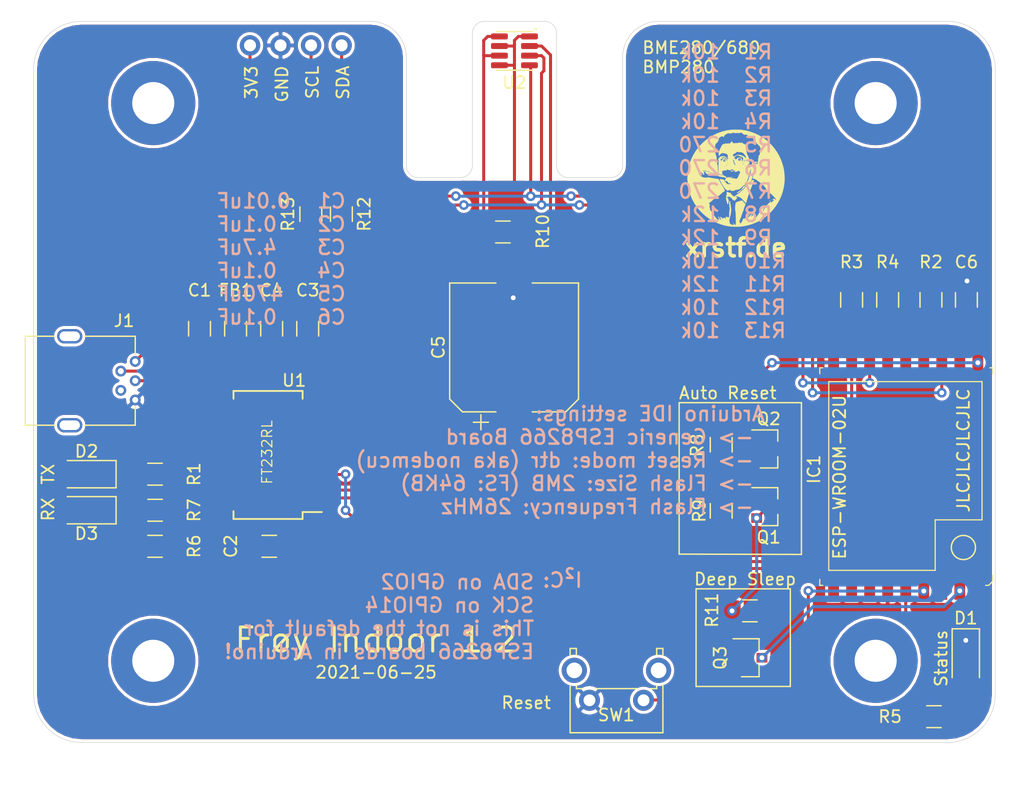
<source format=kicad_pcb>
(kicad_pcb (version 20171130) (host pcbnew "(5.1.10)-1")
  (layers (0 F.Cu signal) (31 B.Cu signal) (34 B.Paste user hide) (35 F.Paste user) (36 B.SilkS user) (37 F.SilkS user) (38 B.Mask user hide) (39 F.Mask user) (44 Edge.Cuts user))
  (net 0 "")
  (net 1 "Net-(C1-Pad1)")
  (net 2 GNDREF)
  (net 3 +3V3)
  (net 4 +5V)
  (net 5 /DTR)
  (net 6 /RST)
  (net 7 "Net-(D2-Pad1)")
  (net 8 "Net-(D3-Pad1)")
  (net 9 /RXD)
  (net 10 /TXD)
  (net 11 /IO0)
  (net 12 /IO15)
  (net 13 /EN)
  (net 14 /FTRESET)
  (net 15 /CBUS0)
  (net 16 /CBUS1)
  (net 17 /USBD-)
  (net 18 /USBD+)
  (net 19 /I2C_SDA)
  (net 20 /I2C_CLK)
  (net 21 /RTS)
  (net 22 /IO5)
  (net 23 "Net-(D1-Pad2)")
  (net 24 /CSB)
  (net 25 "Net-(Q1-Pad1)")
  (net 26 "Net-(Q2-Pad1)")
  (net 27 /WAKE_UP)
  (net 28 "Net-(Q3-Pad1)")
  (module xrstf:groucho (layer F.Cu) (at 166.43 77.64)
    (fp_text reference G*** hide)
    (fp_text value LOGO hide)
  )
  (module xrstf:BME280_680_BMP280 (layer F.Cu) (at 148 67.055)
    (fp_text reference U2 (at 0 2.645) (layer F.SilkS))
    (fp_text value BME280)
    (pad 1 smd roundrect (at 1.25 -1.2 270) (size 0.5 1.4) (layers F.Cu F.Paste F.Mask) (net 2 GNDREF))
    (pad 2 smd roundrect (at 1.25 -0.4 270) (size 0.5 1.4) (layers F.Cu F.Paste F.Mask) (net 24 /CSB))
    (pad 3 smd roundrect (at 1.25 0.4 270) (size 0.5 1.4) (layers F.Cu F.Paste F.Mask) (net 19 /I2C_SDA))
    (pad 4 smd roundrect (at 1.25 1.2 270) (size 0.5 1.4) (layers F.Cu F.Paste F.Mask) (net 20 /I2C_CLK))
    (pad 5 smd roundrect (at -1.25 1.2 270) (size 0.5 1.4) (layers F.Cu F.Paste F.Mask) (net 2 GNDREF))
    (pad 6 smd roundrect (at -1.25 0.4 270) (size 0.5 1.4) (layers F.Cu F.Paste F.Mask) (net 3 +3V3))
    (pad 7 smd roundrect (at -1.25 -0.4 270) (size 0.5 1.4) (layers F.Cu F.Paste F.Mask) (net 2 GNDREF))
    (pad 8 smd roundrect (at -1.25 -1.2 270) (size 0.5 1.4) (layers F.Cu F.Paste F.Mask) (net 3 +3V3))
  )
  (module xrstf:PinHeader_1x04_P2.54mm_Vertical (layer F.Cu) (at 126 66.6 90)
    (fp_text reference J2 hide)
    (fp_text value BME260_Breakout)
    (pad 1 thru_hole oval (at 0 0 90) (size 1.7 1.7) (drill 1) (layers *.Cu *.Mask) (net 3 +3V3))
    (pad 4 thru_hole oval (at 0 7.62 90) (size 1.7 1.7) (drill 1) (layers *.Cu *.Mask) (net 20 /I2C_CLK))
    (pad 3 thru_hole oval (at 0 5.08 90) (size 1.7 1.7) (drill 1) (layers *.Cu *.Mask) (net 19 /I2C_SDA))
    (pad 2 thru_hole oval (at 0 2.54 90) (size 1.7 1.7) (drill 1) (layers *.Cu *.Mask) (net 2 GNDREF))
  )
  (module xrstf:USB_BWM_MIniUSB_THT_reichelt (layer F.Cu) (at 107.3 90.8)
    (fp_text reference J1 (at 8.22 -1.29) (layer F.SilkS))
    (fp_text value USB_B_Mini)
    (pad SH1 thru_hole oval (at 3.7 7.4) (size 2.1 1.2) (drill oval 1.7 0.8) (layers *.Cu *.Mask))
    (pad 2 thru_hole circle (at 7.95 2.9) (size 0.9 0.9) (drill 0.5) (layers *.Cu *.Mask) (net 17 /USBD-))
    (pad 4 thru_hole circle (at 7.95 4.5) (size 0.9 0.9) (drill 0.5) (layers *.Cu *.Mask))
    (pad 5 thru_hole circle (at 9.15 5.3) (size 0.9 0.9) (drill 0.5) (layers *.Cu *.Mask) (net 2 GNDREF))
    (pad 3 thru_hole circle (at 9.15 3.7) (size 0.9 0.9) (drill 0.5) (layers *.Cu *.Mask) (net 18 /USBD+))
    (pad 1 thru_hole circle (at 9.15 2.094) (size 0.9 0.9) (drill 0.5) (layers *.Cu *.Mask) (net 1 "Net-(C1-Pad1)"))
    (pad SH1 thru_hole oval (at 3.7 0) (size 2.1 1.2) (drill oval 1.7 0.8) (layers *.Cu *.Mask))
  )
  (module xrstf:ESP-WROOM-02U (layer F.Cu) (at 180.55 101.875 270)
    (fp_text reference IC1 (at -0.005 7.63 90) (layer F.SilkS))
    (fp_text value ESP-WROOM-02U__4MB_)
    (fp_text user ESP-WROOM-02U (at 0.65 5.5 90) (layer F.SilkS))
    (pad 19 smd rect (at 0.95 1.8 270) (size 4 4) (layers F.Cu F.Paste F.Mask) (net 2 GNDREF))
    (pad 1 smd rect (at -8.9 -6 270) (size 1.5 0.9) (layers F.Cu F.Paste F.Mask) (net 3 +3V3))
    (pad 2 smd rect (at -8.9 -4.5 270) (size 1.5 0.9) (layers F.Cu F.Paste F.Mask) (net 13 /EN))
    (pad 3 smd rect (at -8.9 -3 270) (size 1.5 0.9) (layers F.Cu F.Paste F.Mask) (net 20 /I2C_CLK))
    (pad 4 smd rect (at -8.9 -1.5 270) (size 1.5 0.9) (layers F.Cu F.Paste F.Mask))
    (pad 5 smd rect (at -8.9 0 270) (size 1.5 0.9) (layers F.Cu F.Paste F.Mask))
    (pad 6 smd rect (at -8.9 1.5 270) (size 1.5 0.9) (layers F.Cu F.Paste F.Mask) (net 12 /IO15))
    (pad 7 smd rect (at -8.9 3 270) (size 1.5 0.9) (layers F.Cu F.Paste F.Mask) (net 19 /I2C_SDA))
    (pad 8 smd rect (at -8.9 4.5 270) (size 1.5 0.9) (layers F.Cu F.Paste F.Mask) (net 11 /IO0))
    (pad 9 smd rect (at -8.9 6 270) (size 1.5 0.9) (layers F.Cu F.Paste F.Mask) (net 2 GNDREF))
    (pad 18 smd rect (at 10.1 -6 270) (size 1.5 0.9) (layers F.Cu F.Paste F.Mask) (net 2 GNDREF))
    (pad 17 smd rect (at 10.1 -4.5 270) (size 1.5 0.9) (layers F.Cu F.Paste F.Mask) (net 27 /WAKE_UP))
    (pad 16 smd rect (at 10.1 -3 270) (size 1.5 0.9) (layers F.Cu F.Paste F.Mask))
    (pad 15 smd rect (at 10.1 -1.5 270) (size 1.5 0.9) (layers F.Cu F.Paste F.Mask) (net 6 /RST))
    (pad 10 smd rect (at 10.1 6 270) (size 1.5 0.9) (layers F.Cu F.Paste F.Mask))
    (pad 13 smd rect (at 10.1 1.5 270) (size 1.5 0.9) (layers F.Cu F.Paste F.Mask) (net 2 GNDREF))
    (pad 14 smd rect (at 10.1 0 270) (size 1.5 0.9) (layers F.Cu F.Paste F.Mask) (net 22 /IO5))
    (pad 12 smd rect (at 10.1 3 270) (size 1.5 0.9) (layers F.Cu F.Paste F.Mask) (net 10 /TXD))
    (pad 11 smd rect (at 10.1 4.5 270) (size 1.5 0.9) (layers F.Cu F.Paste F.Mask) (net 9 /RXD))
  )
  (module Resistor_SMD:R_1206_3216Metric_Pad1.42x1.75mm_HandSolder (layer F.Cu) (at 133.6 80.64 270)
    (fp_text reference R13 (at 0 4.445 270) (layer F.SilkS))
    (fp_text value 10k)
    (pad 2 smd roundrect (at 1.4875 0 270) (size 1.425 1.75) (layers F.Cu F.Paste F.Mask) (roundrect_rratio 0.175439) (net 3 +3V3))
    (pad 1 smd roundrect (at -1.4875 0 270) (size 1.425 1.75) (layers F.Cu F.Paste F.Mask) (roundrect_rratio 0.175439) (net 20 /I2C_CLK))
  )
  (module Resistor_SMD:R_1206_3216Metric_Pad1.42x1.75mm_HandSolder (layer F.Cu) (at 131.06 80.64 270)
    (fp_text reference R12 (at 0 -4.445 270) (layer F.SilkS))
    (fp_text value 10k)
    (pad 2 smd roundrect (at 1.4875 0 270) (size 1.425 1.75) (layers F.Cu F.Paste F.Mask) (roundrect_rratio 0.175439) (net 3 +3V3))
    (pad 1 smd roundrect (at -1.4875 0 270) (size 1.425 1.75) (layers F.Cu F.Paste F.Mask) (roundrect_rratio 0.175439) (net 19 /I2C_SDA))
  )
  (module Resistor_SMD:R_1206_3216Metric_Pad1.42x1.75mm_HandSolder (layer F.Cu) (at 167.59 113.645 180)
    (fp_text reference R11 (at 3.16 0.05 90) (layer F.SilkS))
    (fp_text value 12k)
    (pad 2 smd roundrect (at 1.4875 0 180) (size 1.425 1.75) (layers F.Cu F.Paste F.Mask) (roundrect_rratio 0.175439) (net 21 /RTS))
    (pad 1 smd roundrect (at -1.4875 0 180) (size 1.425 1.75) (layers F.Cu F.Paste F.Mask) (roundrect_rratio 0.175439) (net 28 "Net-(Q3-Pad1)"))
  )
  (module Package_TO_SOT_SMD:SOT-23 (layer F.Cu) (at 167.59 117.545)
    (fp_text reference Q3 (at -2.47 0.01 90) (layer F.SilkS))
    (fp_text value Q_NPN_BEC)
    (pad 3 smd rect (at 1 0) (size 0.9 0.8) (layers F.Cu F.Paste F.Mask) (net 27 /WAKE_UP))
    (pad 2 smd rect (at -1 0.95) (size 0.9 0.8) (layers F.Cu F.Paste F.Mask) (net 6 /RST))
    (pad 1 smd rect (at -1 -0.95) (size 0.9 0.8) (layers F.Cu F.Paste F.Mask) (net 28 "Net-(Q3-Pad1)"))
  )
  (module MountingHole:MountingHole_3.5mm_Pad (layer F.Cu) (at 178.05 71.4)
    (fp_text reference REF** hide)
    (fp_text value MountingHole_3.5mm_Pad hide)
    (pad 1 thru_hole circle (at 0 0) (size 7 7) (drill 3.5) (layers *.Cu *.Mask))
  )
  (module MountingHole:MountingHole_3.5mm_Pad (layer F.Cu) (at 178.05 117.8)
    (fp_text reference REF** hide)
    (fp_text value MountingHole_3.5mm_Pad hide)
    (pad 1 thru_hole circle (at 0 0) (size 7 7) (drill 3.5) (layers *.Cu *.Mask))
  )
  (module MountingHole:MountingHole_3.5mm_Pad (layer F.Cu) (at 117.95 117.8)
    (fp_text reference REF** hide)
    (fp_text value MountingHole_3.5mm_Pad hide)
    (pad 1 thru_hole circle (at 0 0) (size 7 7) (drill 3.5) (layers *.Cu *.Mask))
  )
  (module MountingHole:MountingHole_3.5mm_Pad (layer F.Cu) (at 117.95 71.4)
    (fp_text reference REF** hide)
    (fp_text value MountingHole_3.5mm_Pad hide)
    (pad 1 thru_hole circle (at 0 0) (size 7 7) (drill 3.5) (layers *.Cu *.Mask))
  )
  (module Package_SO:SSOP-28_5.3x10.2mm_P0.65mm (layer F.Cu) (at 127.5 100.675 180)
    (fp_text reference U1 (at -2.175 6.2) (layer F.SilkS))
    (fp_text value FT232RL)
    (pad 1 smd rect (at -3.6 -4.225 180) (size 1.75 0.45) (layers F.Cu F.Paste F.Mask) (net 9 /RXD))
    (pad 2 smd rect (at -3.6 -3.575 180) (size 1.75 0.45) (layers F.Cu F.Paste F.Mask) (net 5 /DTR))
    (pad 3 smd rect (at -3.6 -2.925 180) (size 1.75 0.45) (layers F.Cu F.Paste F.Mask) (net 21 /RTS))
    (pad 4 smd rect (at -3.6 -2.275 180) (size 1.75 0.45) (layers F.Cu F.Paste F.Mask) (net 3 +3V3))
    (pad 5 smd rect (at -3.6 -1.625 180) (size 1.75 0.45) (layers F.Cu F.Paste F.Mask) (net 10 /TXD))
    (pad 6 smd rect (at -3.6 -0.975 180) (size 1.75 0.45) (layers F.Cu F.Paste F.Mask))
    (pad 7 smd rect (at -3.6 -0.325 180) (size 1.75 0.45) (layers F.Cu F.Paste F.Mask) (net 2 GNDREF))
    (pad 8 smd rect (at -3.6 0.325 180) (size 1.75 0.45) (layers F.Cu F.Paste F.Mask))
    (pad 9 smd rect (at -3.6 0.975 180) (size 1.75 0.45) (layers F.Cu F.Paste F.Mask))
    (pad 10 smd rect (at -3.6 1.625 180) (size 1.75 0.45) (layers F.Cu F.Paste F.Mask))
    (pad 11 smd rect (at -3.6 2.275 180) (size 1.75 0.45) (layers F.Cu F.Paste F.Mask))
    (pad 12 smd rect (at -3.6 2.925 180) (size 1.75 0.45) (layers F.Cu F.Paste F.Mask))
    (pad 13 smd rect (at -3.6 3.575 180) (size 1.75 0.45) (layers F.Cu F.Paste F.Mask))
    (pad 14 smd rect (at -3.6 4.225 180) (size 1.75 0.45) (layers F.Cu F.Paste F.Mask))
    (pad 15 smd rect (at 3.6 4.225 180) (size 1.75 0.45) (layers F.Cu F.Paste F.Mask) (net 18 /USBD+))
    (pad 16 smd rect (at 3.6 3.575 180) (size 1.75 0.45) (layers F.Cu F.Paste F.Mask) (net 17 /USBD-))
    (pad 17 smd rect (at 3.6 2.925 180) (size 1.75 0.45) (layers F.Cu F.Paste F.Mask) (net 3 +3V3))
    (pad 18 smd rect (at 3.6 2.275 180) (size 1.75 0.45) (layers F.Cu F.Paste F.Mask) (net 2 GNDREF))
    (pad 19 smd rect (at 3.6 1.625 180) (size 1.75 0.45) (layers F.Cu F.Paste F.Mask) (net 14 /FTRESET))
    (pad 20 smd rect (at 3.6 0.975 180) (size 1.75 0.45) (layers F.Cu F.Paste F.Mask) (net 4 +5V))
    (pad 21 smd rect (at 3.6 0.325 180) (size 1.75 0.45) (layers F.Cu F.Paste F.Mask) (net 2 GNDREF))
    (pad 22 smd rect (at 3.6 -0.325 180) (size 1.75 0.45) (layers F.Cu F.Paste F.Mask) (net 16 /CBUS1))
    (pad 23 smd rect (at 3.6 -0.975 180) (size 1.75 0.45) (layers F.Cu F.Paste F.Mask) (net 15 /CBUS0))
    (pad 24 smd rect (at 3.6 -1.625 180) (size 1.75 0.45) (layers F.Cu F.Paste F.Mask))
    (pad 25 smd rect (at 3.6 -2.275 180) (size 1.75 0.45) (layers F.Cu F.Paste F.Mask) (net 2 GNDREF))
    (pad 26 smd rect (at 3.6 -2.925 180) (size 1.75 0.45) (layers F.Cu F.Paste F.Mask) (net 2 GNDREF))
    (pad 27 smd rect (at 3.6 -3.575 180) (size 1.75 0.45) (layers F.Cu F.Paste F.Mask))
    (pad 28 smd rect (at 3.6 -4.225 180) (size 1.75 0.45) (layers F.Cu F.Paste F.Mask))
  )
  (module Button_Switch_THT:SW_Tactile_SPST_Angled_PTS645Vx83-2LFS (layer F.Cu) (at 158.74 121.085 180)
    (fp_text reference SW1 (at 2.275 -1.23) (layer F.SilkS))
    (fp_text value SW_SPST)
    (pad "" thru_hole circle (at 5.76 2.49 180) (size 2.1 2.1) (drill 1.3) (layers *.Cu *.Mask))
    (pad 2 thru_hole circle (at 4.5 0 180) (size 1.75 1.75) (drill 0.99) (layers *.Cu *.Mask) (net 2 GNDREF))
    (pad 1 thru_hole circle (at 0 0 180) (size 1.75 1.75) (drill 0.99) (layers *.Cu *.Mask) (net 6 /RST))
    (pad "" thru_hole circle (at -1.25 2.49 180) (size 2.1 2.1) (drill 1.3) (layers *.Cu *.Mask))
  )
  (module Capacitor_SMD:C_1206_3216Metric_Pad1.42x1.75mm_HandSolder (layer F.Cu) (at 121.8 90.175 270)
    (fp_text reference C1 (at -3.2 0 180) (layer F.SilkS))
    (fp_text value 10nF)
    (pad 2 smd roundrect (at 1.4875 0 270) (size 1.425 1.75) (layers F.Cu F.Paste F.Mask) (roundrect_rratio 0.175439) (net 2 GNDREF))
    (pad 1 smd roundrect (at -1.4875 0 270) (size 1.425 1.75) (layers F.Cu F.Paste F.Mask) (roundrect_rratio 0.175439) (net 1 "Net-(C1-Pad1)"))
  )
  (module Capacitor_SMD:C_1206_3216Metric_Pad1.42x1.75mm_HandSolder (layer F.Cu) (at 127.6 108.275 180)
    (fp_text reference C2 (at 3.2 0 270) (layer F.SilkS))
    (fp_text value 100nF)
    (pad 2 smd roundrect (at 1.4875 0 180) (size 1.425 1.75) (layers F.Cu F.Paste F.Mask) (roundrect_rratio 0.175439) (net 2 GNDREF))
    (pad 1 smd roundrect (at -1.4875 0 180) (size 1.425 1.75) (layers F.Cu F.Paste F.Mask) (roundrect_rratio 0.175439) (net 3 +3V3))
  )
  (module Capacitor_SMD:C_1206_3216Metric_Pad1.42x1.75mm_HandSolder (layer F.Cu) (at 130.8 90.175 90)
    (fp_text reference C3 (at 3.2 0 180) (layer F.SilkS))
    (fp_text value 4.7uF)
    (pad 2 smd roundrect (at 1.4875 0 90) (size 1.425 1.75) (layers F.Cu F.Paste F.Mask) (roundrect_rratio 0.175439) (net 2 GNDREF))
    (pad 1 smd roundrect (at -1.4875 0 90) (size 1.425 1.75) (layers F.Cu F.Paste F.Mask) (roundrect_rratio 0.175439) (net 4 +5V))
  )
  (module Capacitor_SMD:C_1206_3216Metric_Pad1.42x1.75mm_HandSolder (layer F.Cu) (at 127.8 90.175 90)
    (fp_text reference C4 (at 3.2 0 180) (layer F.SilkS))
    (fp_text value 100nF)
    (pad 2 smd roundrect (at 1.4875 0 90) (size 1.425 1.75) (layers F.Cu F.Paste F.Mask) (roundrect_rratio 0.175439) (net 2 GNDREF))
    (pad 1 smd roundrect (at -1.4875 0 90) (size 1.425 1.75) (layers F.Cu F.Paste F.Mask) (roundrect_rratio 0.175439) (net 4 +5V))
  )
  (module Capacitor_SMD:CP_Elec_10x12.5 (layer F.Cu) (at 147.97 91.73 90)
    (fp_text reference C5 (at 0 -6.3 90) (layer F.SilkS))
    (fp_text value 470uF)
    (pad 2 smd roundrect (at 4.2 0 90) (size 4.4 2.5) (layers F.Cu F.Paste F.Mask) (roundrect_rratio 0.1) (net 2 GNDREF))
    (pad 1 smd roundrect (at -4.2 0 90) (size 4.4 2.5) (layers F.Cu F.Paste F.Mask) (roundrect_rratio 0.1) (net 3 +3V3))
  )
  (module Capacitor_SMD:C_1206_3216Metric_Pad1.42x1.75mm_HandSolder (layer F.Cu) (at 185.6 87.775 90)
    (fp_text reference C6 (at 3.15 0 180) (layer F.SilkS))
    (fp_text value 100nF)
    (pad 2 smd roundrect (at 1.4875 0 90) (size 1.425 1.75) (layers F.Cu F.Paste F.Mask) (roundrect_rratio 0.175439) (net 2 GNDREF))
    (pad 1 smd roundrect (at -1.4875 0 90) (size 1.425 1.75) (layers F.Cu F.Paste F.Mask) (roundrect_rratio 0.175439) (net 3 +3V3))
  )
  (module Inductor_SMD:L_1206_3216Metric_Pad1.42x1.75mm_HandSolder (layer F.Cu) (at 124.8 90.175 270)
    (fp_text reference FB1 (at -3.2 0 180) (layer F.SilkS))
    (fp_text value Ferrite_Bead)
    (pad 2 smd roundrect (at 1.4875 0 270) (size 1.425 1.75) (layers F.Cu F.Paste F.Mask) (roundrect_rratio 0.175439) (net 4 +5V))
    (pad 1 smd roundrect (at -1.4875 0 270) (size 1.425 1.75) (layers F.Cu F.Paste F.Mask) (roundrect_rratio 0.175439) (net 1 "Net-(C1-Pad1)"))
  )
  (module Resistor_SMD:R_1206_3216Metric_Pad1.42x1.75mm_HandSolder (layer F.Cu) (at 118.1 102.275)
    (fp_text reference R1 (at 3.25 0.000001 90) (layer F.SilkS))
    (fp_text value 10k)
    (pad 2 smd roundrect (at 1.4875 0) (size 1.425 1.75) (layers F.Cu F.Paste F.Mask) (roundrect_rratio 0.175439) (net 4 +5V))
    (pad 1 smd roundrect (at -1.4875 0) (size 1.425 1.75) (layers F.Cu F.Paste F.Mask) (roundrect_rratio 0.175439) (net 14 /FTRESET))
  )
  (module Resistor_SMD:R_1206_3216Metric_Pad1.42x1.75mm_HandSolder (layer F.Cu) (at 182.65 87.775 90)
    (fp_text reference R2 (at 3.15 0 180) (layer F.SilkS))
    (fp_text value 10k)
    (pad 2 smd roundrect (at 1.4875 0 90) (size 1.425 1.75) (layers F.Cu F.Paste F.Mask) (roundrect_rratio 0.175439) (net 3 +3V3))
    (pad 1 smd roundrect (at -1.4875 0 90) (size 1.425 1.75) (layers F.Cu F.Paste F.Mask) (roundrect_rratio 0.175439) (net 13 /EN))
  )
  (module Resistor_SMD:R_1206_3216Metric_Pad1.42x1.75mm_HandSolder (layer F.Cu) (at 176.05 87.775 90)
    (fp_text reference R3 (at 3.15 0 180) (layer F.SilkS))
    (fp_text value 10k)
    (pad 2 smd roundrect (at 1.4875 0 90) (size 1.425 1.75) (layers F.Cu F.Paste F.Mask) (roundrect_rratio 0.175439) (net 3 +3V3))
    (pad 1 smd roundrect (at -1.4875 0 90) (size 1.425 1.75) (layers F.Cu F.Paste F.Mask) (roundrect_rratio 0.175439) (net 11 /IO0))
  )
  (module Resistor_SMD:R_1206_3216Metric_Pad1.42x1.75mm_HandSolder (layer F.Cu) (at 179.05 87.775 270)
    (fp_text reference R4 (at -3.15 0 180) (layer F.SilkS))
    (fp_text value 10k)
    (pad 2 smd roundrect (at 1.4875 0 270) (size 1.425 1.75) (layers F.Cu F.Paste F.Mask) (roundrect_rratio 0.175439) (net 12 /IO15))
    (pad 1 smd roundrect (at -1.4875 0 270) (size 1.425 1.75) (layers F.Cu F.Paste F.Mask) (roundrect_rratio 0.175439) (net 2 GNDREF))
  )
  (module Resistor_SMD:R_1206_3216Metric_Pad1.42x1.75mm_HandSolder (layer F.Cu) (at 182.9 122.45)
    (fp_text reference R5 (at -3.65 0) (layer F.SilkS))
    (fp_text value 270)
    (pad 2 smd roundrect (at 1.4875 0) (size 1.425 1.75) (layers F.Cu F.Paste F.Mask) (roundrect_rratio 0.175439) (net 23 "Net-(D1-Pad2)"))
    (pad 1 smd roundrect (at -1.4875 0) (size 1.425 1.75) (layers F.Cu F.Paste F.Mask) (roundrect_rratio 0.175439) (net 22 /IO5))
  )
  (module Resistor_SMD:R_1206_3216Metric_Pad1.42x1.75mm_HandSolder (layer F.Cu) (at 118.1 108.275 180)
    (fp_text reference R6 (at -3.25 -0.000001 90) (layer F.SilkS))
    (fp_text value 270)
    (pad 2 smd roundrect (at 1.4875 0 180) (size 1.425 1.75) (layers F.Cu F.Paste F.Mask) (roundrect_rratio 0.175439) (net 7 "Net-(D2-Pad1)"))
    (pad 1 smd roundrect (at -1.4875 0 180) (size 1.425 1.75) (layers F.Cu F.Paste F.Mask) (roundrect_rratio 0.175439) (net 15 /CBUS0))
  )
  (module Resistor_SMD:R_1206_3216Metric_Pad1.42x1.75mm_HandSolder (layer F.Cu) (at 118.1 105.275 180)
    (fp_text reference R7 (at -3.25 -0.000001 90) (layer F.SilkS))
    (fp_text value 270)
    (pad 2 smd roundrect (at 1.4875 0 180) (size 1.425 1.75) (layers F.Cu F.Paste F.Mask) (roundrect_rratio 0.175439) (net 8 "Net-(D3-Pad1)"))
    (pad 1 smd roundrect (at -1.4875 0 180) (size 1.425 1.75) (layers F.Cu F.Paste F.Mask) (roundrect_rratio 0.175439) (net 16 /CBUS1))
  )
  (module Resistor_SMD:R_1206_3216Metric_Pad1.42x1.75mm_HandSolder (layer F.Cu) (at 165.2 99.825 270)
    (fp_text reference R8 (at 0.05 2 90) (layer F.SilkS))
    (fp_text value 12k)
    (pad 2 smd roundrect (at 1.4875 0 270) (size 1.425 1.75) (layers F.Cu F.Paste F.Mask) (roundrect_rratio 0.175439) (net 21 /RTS))
    (pad 1 smd roundrect (at -1.4875 0 270) (size 1.425 1.75) (layers F.Cu F.Paste F.Mask) (roundrect_rratio 0.175439) (net 26 "Net-(Q2-Pad1)"))
  )
  (module Resistor_SMD:R_1206_3216Metric_Pad1.42x1.75mm_HandSolder (layer F.Cu) (at 165.2 105.325 90)
    (fp_text reference R9 (at 0 -1.82 90) (layer F.SilkS))
    (fp_text value 12k)
    (pad 2 smd roundrect (at 1.4875 0 90) (size 1.425 1.75) (layers F.Cu F.Paste F.Mask) (roundrect_rratio 0.175439) (net 5 /DTR))
    (pad 1 smd roundrect (at -1.4875 0 90) (size 1.425 1.75) (layers F.Cu F.Paste F.Mask) (roundrect_rratio 0.175439) (net 25 "Net-(Q1-Pad1)"))
  )
  (module Resistor_SMD:R_1206_3216Metric_Pad1.42x1.75mm_HandSolder (layer F.Cu) (at 147.04 82.125 180)
    (fp_text reference R10 (at -3.32 0.045 90) (layer F.SilkS))
    (fp_text value 10k)
    (pad 2 smd roundrect (at 1.4875 0 180) (size 1.425 1.75) (layers F.Cu F.Paste F.Mask) (roundrect_rratio 0.175439) (net 3 +3V3))
    (pad 1 smd roundrect (at -1.4875 0 180) (size 1.425 1.75) (layers F.Cu F.Paste F.Mask) (roundrect_rratio 0.175439) (net 24 /CSB))
  )
  (module LED_SMD:LED_1206_3216Metric_Pad1.42x1.75mm_HandSolder (layer F.Cu) (at 185.55 117.6 270)
    (fp_text reference D1 (at -3.35 0 180) (layer F.SilkS))
    (fp_text value STATUS)
    (pad 2 smd roundrect (at 1.4875 0 270) (size 1.425 1.75) (layers F.Cu F.Paste F.Mask) (roundrect_rratio 0.175439) (net 23 "Net-(D1-Pad2)"))
    (pad 1 smd roundrect (at -1.4875 0 270) (size 1.425 1.75) (layers F.Cu F.Paste F.Mask) (roundrect_rratio 0.175439) (net 2 GNDREF))
  )
  (module LED_SMD:LED_1206_3216Metric_Pad1.42x1.75mm_HandSolder (layer F.Cu) (at 112.3975 105.275 180)
    (fp_text reference D2 (at -0.0025 4.9) (layer F.SilkS))
    (fp_text value TX)
    (pad 2 smd roundrect (at 1.4875 0 180) (size 1.425 1.75) (layers F.Cu F.Paste F.Mask) (roundrect_rratio 0.175439) (net 3 +3V3))
    (pad 1 smd roundrect (at -1.4875 0 180) (size 1.425 1.75) (layers F.Cu F.Paste F.Mask) (roundrect_rratio 0.175439) (net 7 "Net-(D2-Pad1)"))
  )
  (module LED_SMD:LED_1206_3216Metric_Pad1.42x1.75mm_HandSolder (layer F.Cu) (at 112.3975 102.275 180)
    (fp_text reference D3 (at 0 -4.95) (layer F.SilkS))
    (fp_text value RX)
    (pad 2 smd roundrect (at 1.4875 0 180) (size 1.425 1.75) (layers F.Cu F.Paste F.Mask) (roundrect_rratio 0.175439) (net 3 +3V3))
    (pad 1 smd roundrect (at -1.4875 0 180) (size 1.425 1.75) (layers F.Cu F.Paste F.Mask) (roundrect_rratio 0.175439) (net 8 "Net-(D3-Pad1)"))
  )
  (module Package_TO_SOT_SMD:SOT-23 (layer F.Cu) (at 169.15 104.975)
    (fp_text reference Q1 (at 0 2.55 180) (layer F.SilkS))
    (fp_text value Q_NPN_BEC)
    (pad 3 smd rect (at 1 0) (size 0.9 0.8) (layers F.Cu F.Paste F.Mask) (net 6 /RST))
    (pad 2 smd rect (at -1 0.95) (size 0.9 0.8) (layers F.Cu F.Paste F.Mask) (net 21 /RTS))
    (pad 1 smd rect (at -1 -0.95) (size 0.9 0.8) (layers F.Cu F.Paste F.Mask) (net 25 "Net-(Q1-Pad1)"))
  )
  (module Package_TO_SOT_SMD:SOT-23 (layer F.Cu) (at 169.15 100.175)
    (fp_text reference Q2 (at 0 -2.5) (layer F.SilkS))
    (fp_text value Q_NPN_BEC)
    (pad 3 smd rect (at 1 0) (size 0.9 0.8) (layers F.Cu F.Paste F.Mask) (net 11 /IO0))
    (pad 2 smd rect (at -1 0.95) (size 0.9 0.8) (layers F.Cu F.Paste F.Mask) (net 5 /DTR))
    (pad 1 smd rect (at -1 -0.95) (size 0.9 0.8) (layers F.Cu F.Paste F.Mask) (net 26 "Net-(Q2-Pad1)"))
  )
  (gr_arc (start 156 76.6) (end 156 77.6) (angle -90) (layer Edge.Cuts) (width 0.05))
  (gr_arc (start 152.5 76.6) (end 151.5 76.6) (angle -90) (layer Edge.Cuts) (width 0.05))
  (gr_arc (start 143.5 76.6) (end 143.5 77.6) (angle -90) (layer Edge.Cuts) (width 0.05))
  (gr_arc (start 140 76.6) (end 139 76.6) (angle -90) (layer Edge.Cuts) (width 0.05))
  (gr_arc (start 160 67.6) (end 160 64.6) (angle -90) (layer Edge.Cuts) (width 0.05))
  (gr_arc (start 150.5 65.6) (end 151.5 65.6) (angle -90) (layer Edge.Cuts) (width 0.05))
  (gr_arc (start 145.5 65.6) (end 145.5 64.6) (angle -90) (layer Edge.Cuts) (width 0.05))
  (gr_arc (start 136 67.6) (end 139 67.6) (angle -90) (layer Edge.Cuts) (width 0.05))
  (gr_line (start 160 64.6) (end 184 64.6) (layer Edge.Cuts) (width 0.05))
  (gr_line (start 145.5 64.6) (end 150.5 64.6) (layer Edge.Cuts) (width 0.05))
  (gr_line (start 152.5 77.6) (end 156 77.6) (layer Edge.Cuts) (width 0.05))
  (gr_line (start 157 67.6) (end 157 76.6) (layer Edge.Cuts) (width 0.05))
  (gr_line (start 139 67.6) (end 139 76.6) (layer Edge.Cuts) (width 0.05))
  (gr_line (start 151.5 76.6) (end 151.5 65.6) (layer Edge.Cuts) (width 0.05))
  (gr_line (start 140 77.6) (end 143.5 77.6) (layer Edge.Cuts) (width 0.05))
  (gr_line (start 144.5 65.6) (end 144.5 76.6) (layer Edge.Cuts) (width 0.05))
  (gr_text "SDA on GPIO2\nSCK on GPIO14\nThis is not the default for\nESP8266 boards in Arduino!" (at 149.75 114.145) (layer B.SilkS) (effects (font (size 1.2 1.2) (thickness 0.2)) (justify left mirror)))
  (gr_text "C1\nC2\nC3\nC4\nC5\nC6" (at 131.47 84.375) (layer B.SilkS) (effects (font (size 1.2 1.2) (thickness 0.2)) (justify right mirror)))
  (gr_text "0.01uF\n0.1uF\n4.7uF\n0.1uF\n470uF\n0.1uF" (at 123.13 84.375) (layer B.SilkS) (effects (font (size 1.2 1.2) (thickness 0.2)) (justify right mirror)))
  (gr_text "R1\nR2\nR3\nR4\nR5\nR6\nR7\nR8\nR9\nR10\nR11\nR12\nR13" (at 166.96 78.735) (layer B.SilkS) (effects (font (size 1.2 1.2) (thickness 0.2)) (justify right mirror)))
  (gr_text "10k\n10k\n10k\n10k\n270\n270\n270\n12k\n12k\n10k\n12k\n10k\n10k" (at 165.21 78.735) (layer B.SilkS) (effects (font (size 1.2 1.2) (thickness 0.2)) (justify left mirror)))
  (gr_text "BME280/680\nBMP280" (at 158.55 67.6) (layer F.SilkS) (effects (font (size 1 1)) (justify left)))
  (gr_text "Deep Sleep" (at 167.19 111.005) (layer F.SilkS) (effects (font (size 1 1))))
  (gr_line (start 163.11 119.935) (end 170.95 119.935) (layer F.SilkS) (width 0.12))
  (gr_line (start 163.11 111.815) (end 163.11 119.935) (layer F.SilkS) (width 0.12))
  (gr_line (start 170.95 111.815) (end 163.11 111.815) (layer F.SilkS) (width 0.12))
  (gr_line (start 170.95 119.935) (end 170.95 111.815) (layer F.SilkS) (width 0.12))
  (gr_text xrstf.de (at 166.43 83.43) (layer F.SilkS) (effects (font (size 1.5 1.5) (thickness 0.3))))
  (gr_text I²C: (at 153.76 111.095) (layer B.SilkS) (effects (font (size 1.2 1.2) (thickness 0.2)) (justify left mirror)))
  (gr_text "Arduino IDE settings:\n -> Generic ESP8266 Board\n -> Reset mode: dtr (aka nodemcu)\n -> Flash Size: 2MB (FS: 64KB)\n -> Flash Frequency: 26MHz" (at 168.93 101.115) (layer B.SilkS) (effects (font (size 1.2 1.2) (thickness 0.2)) (justify left mirror)))
  (gr_text RX (at 109.2 105.2075 90) (layer F.SilkS) (effects (font (size 1 1))))
  (gr_text Reset (at 148.97 121.295) (layer F.SilkS) (effects (font (size 1 1))))
  (gr_text TX (at 109.2 102.275 90) (layer F.SilkS) (effects (font (size 1 1))))
  (gr_text Status (at 183.5 117.6 90) (layer F.SilkS) (effects (font (size 1 1))))
  (gr_text 2021-06-25 (at 136.485 118.76) (layer F.SilkS) (effects (font (size 1 1))))
  (gr_text "Frøy Indoor 1.2" (at 136.485 116.075) (layer F.SilkS) (effects (font (size 2 2) (thickness 0.25))))
  (gr_text JLCJLCJLCJLC (at 185.35 100.3 90) (layer F.SilkS) (effects (font (size 1 1))))
  (gr_text SDA (at 133.735 68.2 90) (layer F.SilkS) (effects (font (size 1 1)) (justify right)))
  (gr_text SCL (at 131.195 68.2 90) (layer F.SilkS) (effects (font (size 1 1)) (justify right)))
  (gr_text GND (at 128.655 68.2 90) (layer F.SilkS) (effects (font (size 1 1)) (justify right)))
  (gr_text 3V3 (at 126.115 68.2 90) (layer F.SilkS) (effects (font (size 1 1)) (justify right)))
  (gr_text FT232RL (at 127.425 100.45 90) (layer F.SilkS) (effects (font (size 0.85 0.85) (thickness 0.1))))
  (gr_text "Auto Reset" (at 165.75 95.525) (layer F.SilkS) (effects (font (size 1 1))))
  (gr_line (start 161.7 108.925) (end 171.875 108.95) (layer F.SilkS) (width 0.12))
  (gr_line (start 161.7 96.325) (end 161.7 108.925) (layer F.SilkS) (width 0.12))
  (gr_line (start 171.875 96.325) (end 161.7 96.325) (layer F.SilkS) (width 0.12))
  (gr_line (start 171.875 108.95) (end 171.875 96.325) (layer F.SilkS) (width 0.12))
  (gr_arc (start 184 68.6) (end 188 68.6) (angle -90) (layer Edge.Cuts) (width 0.05))
  (gr_arc (start 184 120.6) (end 184 124.6) (angle -90) (layer Edge.Cuts) (width 0.05))
  (gr_arc (start 112 120.6) (end 108 120.6) (angle -90) (layer Edge.Cuts) (width 0.05))
  (gr_arc (start 112 68.6) (end 112 64.6) (angle -90) (layer Edge.Cuts) (width 0.05))
  (gr_line (start 108 120.6) (end 108 68.6) (layer Edge.Cuts) (width 0.05))
  (gr_line (start 184 124.6) (end 112 124.6) (layer Edge.Cuts) (width 0.05))
  (gr_line (start 188 68.6) (end 188 120.6) (layer Edge.Cuts) (width 0.05))
  (gr_line (start 112 64.6) (end 136 64.6) (layer Edge.Cuts) (width 0.05))
  (segment (start 120.6565 88.6875) (end 116.45 92.894) (width 0.25) (layer F.Cu) (net 1))
  (segment (start 121.8 88.6875) (end 120.6565 88.6875) (width 0.25) (layer F.Cu) (net 1))
  (segment (start 121.8 88.6875) (end 124.8 88.6875) (width 0.25) (layer F.Cu) (net 1))
  (via (at 185.55 116.1) (size 0.8) (drill 0.4) (layers F.Cu B.Cu) (net 2))
  (via (at 185.65 86.2) (size 0.8) (drill 0.4) (layers F.Cu B.Cu) (net 2))
  (via (at 147.9 87.6) (size 0.8) (drill 0.4) (layers F.Cu B.Cu) (net 2))
  (segment (start 148 66.605) (end 148 68.255) (width 0.25) (layer F.Cu) (net 2))
  (segment (start 146.71 68.255) (end 148 68.255) (width 0.25) (layer F.Cu) (net 2))
  (segment (start 148 66.185) (end 148 66.605) (width 0.25) (layer F.Cu) (net 2))
  (segment (start 148.33 65.855) (end 148 66.185) (width 0.25) (layer F.Cu) (net 2))
  (segment (start 149.25 65.855) (end 148.33 65.855) (width 0.25) (layer F.Cu) (net 2))
  (segment (start 147.95 66.655) (end 148 66.605) (width 0.25) (layer F.Cu) (net 2))
  (segment (start 146.75 66.655) (end 147.95 66.655) (width 0.25) (layer F.Cu) (net 2))
  (segment (start 148 68.255) (end 148 78.2) (width 0.25) (layer F.Cu) (net 2))
  (segment (start 110.91 105.275) (end 110.91 102.275) (width 0.25) (layer F.Cu) (net 3))
  (segment (start 115.435 97.75) (end 110.91 102.275) (width 0.25) (layer F.Cu) (net 3))
  (segment (start 123.9 97.75) (end 115.435 97.75) (width 0.25) (layer F.Cu) (net 3))
  (segment (start 110.91 107.585) (end 110.91 105.275) (width 0.25) (layer F.Cu) (net 3))
  (segment (start 114.8 111.475) (end 110.91 107.585) (width 0.25) (layer F.Cu) (net 3))
  (segment (start 127.6 111.475) (end 114.8 111.475) (width 0.25) (layer F.Cu) (net 3))
  (segment (start 129.1125 109.9625) (end 127.6 111.475) (width 0.25) (layer F.Cu) (net 3))
  (segment (start 129.125 102.95) (end 129.1125 102.9625) (width 0.25) (layer F.Cu) (net 3))
  (segment (start 131.1 102.95) (end 129.125 102.95) (width 0.25) (layer F.Cu) (net 3))
  (segment (start 129.1125 102.9625) (end 129.1125 109.9625) (width 0.25) (layer F.Cu) (net 3))
  (segment (start 186.55 90.2125) (end 185.6 89.2625) (width 0.25) (layer F.Cu) (net 3))
  (segment (start 186.55 93) (end 186.55 93) (width 0.25) (layer F.Cu) (net 3))
  (segment (start 185.6 89.2375) (end 182.65 86.2875) (width 0.25) (layer F.Cu) (net 3))
  (segment (start 185.6 89.2625) (end 185.6 89.2375) (width 0.25) (layer F.Cu) (net 3))
  (segment (start 186.55 93) (end 186.55 90.2125) (width 0.25) (layer F.Cu) (net 3))
  (via (at 186.55 93) (size 0.8) (drill 0.4) (layers F.Cu B.Cu) (net 3))
  (via (at 169.43 93.005) (size 0.8) (drill 0.4) (layers F.Cu B.Cu) (net 3))
  (segment (start 169.435 93) (end 169.43 93.005) (width 0.25) (layer B.Cu) (net 3))
  (segment (start 186.55 93) (end 169.435 93) (width 0.25) (layer B.Cu) (net 3))
  (segment (start 145.775 65.855) (end 145.44 66.19) (width 0.25) (layer F.Cu) (net 3))
  (segment (start 146.75 65.855) (end 145.775 65.855) (width 0.25) (layer F.Cu) (net 3))
  (segment (start 145.475 67.455) (end 145.44 67.42) (width 0.25) (layer F.Cu) (net 3))
  (segment (start 146.75 67.455) (end 145.475 67.455) (width 0.25) (layer F.Cu) (net 3))
  (segment (start 145.44 66.19) (end 145.44 67.42) (width 0.25) (layer F.Cu) (net 3))
  (segment (start 182.65 84.965) (end 182.65 86.2875) (width 0.25) (layer F.Cu) (net 3))
  (segment (start 182.4 84.715) (end 182.65 84.965) (width 0.25) (layer F.Cu) (net 3))
  (segment (start 176.05 85.05) (end 176.385 84.715) (width 0.25) (layer F.Cu) (net 3))
  (segment (start 176.385 84.715) (end 182.4 84.715) (width 0.25) (layer F.Cu) (net 3))
  (segment (start 176.05 86.2875) (end 176.05 85.05) (width 0.25) (layer F.Cu) (net 3))
  (segment (start 145.44 67.42) (end 145.44 82.1225) (width 0.25) (layer F.Cu) (net 3))
  (segment (start 133.6025 82.125) (end 133.6 82.1275) (width 0.25) (layer F.Cu) (net 3))
  (segment (start 133.6 82.1275) (end 131.06 82.1275) (width 0.25) (layer F.Cu) (net 3))
  (segment (start 130.9175 82.1275) (end 131.06 82.1275) (width 0.25) (layer F.Cu) (net 3))
  (segment (start 126 77.21) (end 130.9175 82.1275) (width 0.25) (layer F.Cu) (net 3))
  (segment (start 126 66.6) (end 126 77.21) (width 0.25) (layer F.Cu) (net 3))
  (segment (start 129.1125 95.2825) (end 129.1125 102.9625) (width 0.25) (layer F.Cu) (net 3))
  (segment (start 130 94.395) (end 129.1125 95.2825) (width 0.25) (layer F.Cu) (net 3))
  (segment (start 133.6 94.36) (end 133.565 94.395) (width 0.25) (layer F.Cu) (net 3))
  (segment (start 133.6 82.1275) (end 133.6 94.36) (width 0.25) (layer F.Cu) (net 3))
  (segment (start 133.565 94.395) (end 130 94.395) (width 0.25) (layer F.Cu) (net 3))
  (segment (start 145.55 82.1275) (end 145.5525 82.125) (width 0.25) (layer F.Cu) (net 3))
  (segment (start 133.6 82.1275) (end 145.55 82.1275) (width 0.25) (layer F.Cu) (net 3))
  (segment (start 168.045 94.395) (end 133.565 94.395) (width 0.25) (layer F.Cu) (net 3))
  (segment (start 169.43 93.01) (end 168.045 94.395) (width 0.25) (layer F.Cu) (net 3))
  (segment (start 169.43 93.005) (end 169.43 93.01) (width 0.25) (layer F.Cu) (net 3))
  (segment (start 124.8 91.6625) (end 127.8 91.6625) (width 0.25) (layer F.Cu) (net 4))
  (segment (start 130.8 91.6625) (end 127.8 91.6625) (width 0.25) (layer F.Cu) (net 4))
  (segment (start 127.8 91.6625) (end 127.8 98.675) (width 0.25) (layer F.Cu) (net 4))
  (segment (start 119.5875 102.275) (end 119.5875 100.5875) (width 0.25) (layer F.Cu) (net 4))
  (segment (start 120.475 99.7) (end 123.9 99.7) (width 0.25) (layer F.Cu) (net 4))
  (segment (start 119.5875 100.5875) (end 120.475 99.7) (width 0.25) (layer F.Cu) (net 4))
  (segment (start 127.8 98.675) (end 126.775 99.7) (width 0.25) (layer F.Cu) (net 4))
  (segment (start 126.775 99.7) (end 123.9 99.7) (width 0.25) (layer F.Cu) (net 4))
  (segment (start 165.4375 103.8375) (end 168.15 101.125) (width 0.25) (layer F.Cu) (net 5))
  (segment (start 165.2 103.8375) (end 165.4375 103.8375) (width 0.25) (layer F.Cu) (net 5))
  (segment (start 163.5875 103.8375) (end 165.2 103.8375) (width 0.25) (layer F.Cu) (net 5))
  (segment (start 131.1 104.25) (end 163.175 104.25) (width 0.25) (layer F.Cu) (net 5))
  (segment (start 163.175 104.25) (end 163.5875 103.8375) (width 0.25) (layer F.Cu) (net 5))
  (segment (start 182.05 110.2) (end 182.05 112) (width 0.25) (layer F.Cu) (net 6))
  (segment (start 180.725 108.875) (end 182.05 110.2) (width 0.25) (layer F.Cu) (net 6))
  (segment (start 178.625 108.875) (end 180.725 108.875) (width 0.25) (layer F.Cu) (net 6))
  (segment (start 170.15 104.975) (end 174.725 104.975) (width 0.25) (layer F.Cu) (net 6))
  (segment (start 174.725 104.975) (end 178.625 108.875) (width 0.25) (layer F.Cu) (net 6))
  (segment (start 182.05 112) (end 182.05 112) (width 0.25) (layer F.Cu) (net 6))
  (via (at 182.05 112) (size 0.8) (drill 0.4) (layers F.Cu B.Cu) (net 6))
  (via (at 172.45 111.975) (size 0.8) (drill 0.4) (layers F.Cu B.Cu) (net 6))
  (segment (start 172.475 112) (end 172.45 111.975) (width 0.25) (layer B.Cu) (net 6))
  (segment (start 182.05 112) (end 172.475 112) (width 0.25) (layer B.Cu) (net 6))
  (segment (start 171.06 121.065) (end 172.45 119.675) (width 0.25) (layer F.Cu) (net 6))
  (segment (start 172.45 119.675) (end 172.45 111.975) (width 0.25) (layer F.Cu) (net 6))
  (segment (start 158.74 121.085) (end 158.76 121.065) (width 0.25) (layer F.Cu) (net 6))
  (segment (start 166.56 121.065) (end 171.06 121.065) (width 0.25) (layer F.Cu) (net 6))
  (segment (start 158.76 121.065) (end 166.56 121.065) (width 0.25) (layer F.Cu) (net 6))
  (segment (start 166.59 121.035) (end 166.56 121.065) (width 0.25) (layer F.Cu) (net 6))
  (segment (start 166.59 118.495) (end 166.59 121.035) (width 0.25) (layer F.Cu) (net 6))
  (segment (start 113.885 105.41) (end 113.885 105.275) (width 0.25) (layer F.Cu) (net 7))
  (segment (start 116.6125 108.275) (end 116.6125 108.1375) (width 0.25) (layer F.Cu) (net 7))
  (segment (start 116.6125 108.1375) (end 113.885 105.41) (width 0.25) (layer F.Cu) (net 7))
  (segment (start 113.885 102.41) (end 113.885 102.275) (width 0.25) (layer F.Cu) (net 8))
  (segment (start 116.6125 105.275) (end 116.6125 105.1375) (width 0.25) (layer F.Cu) (net 8))
  (segment (start 116.6125 105.1375) (end 113.885 102.41) (width 0.25) (layer F.Cu) (net 8))
  (segment (start 137.75 110.125) (end 132.525 104.9) (width 0.25) (layer F.Cu) (net 9))
  (segment (start 175.35 110.125) (end 137.75 110.125) (width 0.25) (layer F.Cu) (net 9))
  (segment (start 132.525 104.9) (end 131.1 104.9) (width 0.25) (layer F.Cu) (net 9))
  (segment (start 176.05 112) (end 176.05 110.825) (width 0.25) (layer F.Cu) (net 9))
  (segment (start 176.05 110.825) (end 175.35 110.125) (width 0.25) (layer F.Cu) (net 9))
  (via (at 133.95 105.275) (size 0.8) (drill 0.4) (layers F.Cu B.Cu) (net 10))
  (segment (start 177.55 110.225) (end 177.55 112) (width 0.25) (layer F.Cu) (net 10))
  (segment (start 176.87 109.545) (end 177.55 110.225) (width 0.25) (layer F.Cu) (net 10))
  (segment (start 133.95 105.275) (end 138.22 109.545) (width 0.25) (layer F.Cu) (net 10))
  (segment (start 138.22 109.545) (end 176.87 109.545) (width 0.25) (layer F.Cu) (net 10))
  (via (at 133.95 102.274986) (size 0.8) (drill 0.4) (layers F.Cu B.Cu) (net 10))
  (segment (start 131.1 102.3) (end 133.924986 102.3) (width 0.25) (layer F.Cu) (net 10))
  (segment (start 133.95 105.275) (end 133.95 102.274986) (width 0.25) (layer B.Cu) (net 10))
  (segment (start 133.924986 102.3) (end 133.95 102.274986) (width 0.25) (layer F.Cu) (net 10))
  (segment (start 170.15 100.175) (end 172.15 100.175) (width 0.25) (layer F.Cu) (net 11))
  (segment (start 176.05 96.275) (end 176.05 93) (width 0.25) (layer F.Cu) (net 11))
  (segment (start 172.15 100.175) (end 176.05 96.275) (width 0.25) (layer F.Cu) (net 11))
  (segment (start 176.05 93) (end 176.05 89.2625) (width 0.25) (layer F.Cu) (net 11))
  (segment (start 179.05 93) (end 179.05 89.2625) (width 0.25) (layer F.Cu) (net 12))
  (segment (start 185.05 91.6625) (end 185.05 93) (width 0.25) (layer F.Cu) (net 13))
  (segment (start 182.65 89.2625) (end 185.05 91.6625) (width 0.25) (layer F.Cu) (net 13))
  (segment (start 123.9 99.05) (end 117.425 99.05) (width 0.25) (layer F.Cu) (net 14))
  (segment (start 116.6125 99.8625) (end 116.6125 102.275) (width 0.25) (layer F.Cu) (net 14))
  (segment (start 117.425 99.05) (end 116.6125 99.8625) (width 0.25) (layer F.Cu) (net 14))
  (segment (start 121.9 101.975) (end 122.225 101.65) (width 0.25) (layer F.Cu) (net 15))
  (segment (start 121.9 107.275) (end 121.9 101.975) (width 0.25) (layer F.Cu) (net 15))
  (segment (start 119.5875 108.275) (end 120.9 108.275) (width 0.25) (layer F.Cu) (net 15))
  (segment (start 122.225 101.65) (end 123.9 101.65) (width 0.25) (layer F.Cu) (net 15))
  (segment (start 120.9 108.275) (end 121.9 107.275) (width 0.25) (layer F.Cu) (net 15))
  (segment (start 121.975 101) (end 123.9 101) (width 0.25) (layer F.Cu) (net 16))
  (segment (start 121.3 101.675) (end 121.975 101) (width 0.25) (layer F.Cu) (net 16))
  (segment (start 121.3 104.775) (end 121.3 101.675) (width 0.25) (layer F.Cu) (net 16))
  (segment (start 119.5875 105.275) (end 120.8 105.275) (width 0.25) (layer F.Cu) (net 16))
  (segment (start 120.8 105.275) (end 121.3 104.775) (width 0.25) (layer F.Cu) (net 16))
  (segment (start 123.9 97.1) (end 125.575 97.1) (width 0.25) (layer F.Cu) (net 17))
  (segment (start 125.575 97.1) (end 126.5 96.175) (width 0.25) (layer F.Cu) (net 17))
  (segment (start 126.5 96.175) (end 126.5 94.725) (width 0.25) (layer F.Cu) (net 17))
  (segment (start 125.475 93.7) (end 126.5 94.725) (width 0.25) (layer F.Cu) (net 17))
  (segment (start 115.25 93.7) (end 125.475 93.7) (width 0.25) (layer F.Cu) (net 17))
  (segment (start 125.325 96.45) (end 123.9 96.45) (width 0.25) (layer F.Cu) (net 18))
  (segment (start 125.85 95.025) (end 125.85 95.925) (width 0.25) (layer F.Cu) (net 18))
  (segment (start 116.45 94.5) (end 125.325 94.5) (width 0.25) (layer F.Cu) (net 18))
  (segment (start 125.85 95.925) (end 125.325 96.45) (width 0.25) (layer F.Cu) (net 18))
  (segment (start 125.325 94.5) (end 125.85 95.025) (width 0.25) (layer F.Cu) (net 18))
  (via (at 177.55 94.674998) (size 0.8) (drill 0.4) (layers F.Cu B.Cu) (net 19))
  (segment (start 177.55 93) (end 177.55 94.674998) (width 0.25) (layer F.Cu) (net 19))
  (via (at 150.25 79.875) (size 0.8) (drill 0.4) (layers F.Cu B.Cu) (net 19))
  (via (at 171.999996 94.674998) (size 0.8) (drill 0.4) (layers F.Cu B.Cu) (net 19))
  (segment (start 177.55 94.674998) (end 171.999996 94.674998) (width 0.25) (layer B.Cu) (net 19))
  (via (at 153.410002 79.88) (size 0.8) (drill 0.4) (layers F.Cu B.Cu) (net 19))
  (segment (start 150.25 79.875) (end 153.405002 79.875) (width 0.25) (layer B.Cu) (net 19))
  (segment (start 153.405002 79.875) (end 153.410002 79.88) (width 0.25) (layer B.Cu) (net 19))
  (via (at 143.785618 79.886308) (size 0.8) (drill 0.4) (layers F.Cu B.Cu) (net 19))
  (segment (start 150.25 79.875) (end 143.796926 79.875) (width 0.25) (layer B.Cu) (net 19))
  (segment (start 143.796926 79.875) (end 143.785618 79.886308) (width 0.25) (layer B.Cu) (net 19))
  (segment (start 159.54 79.88) (end 153.410002 79.88) (width 0.25) (layer F.Cu) (net 19))
  (segment (start 171.999996 92.339996) (end 159.54 79.88) (width 0.25) (layer F.Cu) (net 19))
  (segment (start 171.999996 94.674998) (end 171.999996 92.339996) (width 0.25) (layer F.Cu) (net 19))
  (segment (start 131.08 79.1325) (end 131.06 79.1525) (width 0.25) (layer F.Cu) (net 19))
  (segment (start 131.08 66.6) (end 131.08 79.1325) (width 0.25) (layer F.Cu) (net 19))
  (segment (start 134.71 80.49) (end 135.313692 79.886308) (width 0.25) (layer F.Cu) (net 19))
  (segment (start 132.57 80.49) (end 134.71 80.49) (width 0.25) (layer F.Cu) (net 19))
  (segment (start 135.313692 79.886308) (end 143.785618 79.886308) (width 0.25) (layer F.Cu) (net 19))
  (segment (start 131.2325 79.1525) (end 132.57 80.49) (width 0.25) (layer F.Cu) (net 19))
  (segment (start 131.06 79.1525) (end 131.2325 79.1525) (width 0.25) (layer F.Cu) (net 19))
  (segment (start 150.255 67.455) (end 149.25 67.455) (width 0.25) (layer F.Cu) (net 19))
  (segment (start 150.45 67.65) (end 150.255 67.455) (width 0.25) (layer F.Cu) (net 19))
  (segment (start 150.45 68.713589) (end 150.45 67.65) (width 0.25) (layer F.Cu) (net 19))
  (segment (start 150.25 68.913589) (end 150.45 68.713589) (width 0.25) (layer F.Cu) (net 19))
  (segment (start 150.25 79.875) (end 150.25 68.913589) (width 0.25) (layer F.Cu) (net 19))
  (via (at 183.55 95.500006) (size 0.8) (drill 0.4) (layers F.Cu B.Cu) (net 20))
  (segment (start 183.55 93) (end 183.55 95.500006) (width 0.25) (layer F.Cu) (net 20))
  (segment (start 149.35 68.355) (end 149.25 68.255) (width 0.25) (layer F.Cu) (net 20))
  (segment (start 149.35 77.875) (end 149.35 68.355) (width 0.25) (layer F.Cu) (net 20))
  (via (at 149.35 79.15) (size 0.8) (drill 0.4) (layers F.Cu B.Cu) (net 20))
  (segment (start 149.35 77.875) (end 149.35 79.15) (width 0.25) (layer F.Cu) (net 20))
  (via (at 172.8 95.5) (size 0.8) (drill 0.4) (layers F.Cu B.Cu) (net 20))
  (segment (start 183.55 95.500006) (end 172.800006 95.500006) (width 0.25) (layer B.Cu) (net 20))
  (segment (start 172.800006 95.500006) (end 172.8 95.5) (width 0.25) (layer B.Cu) (net 20))
  (via (at 152.703798 79.143267) (size 0.8) (drill 0.4) (layers F.Cu B.Cu) (net 20))
  (segment (start 149.35 79.15) (end 152.697065 79.15) (width 0.25) (layer B.Cu) (net 20))
  (segment (start 152.697065 79.15) (end 152.703798 79.143267) (width 0.25) (layer B.Cu) (net 20))
  (segment (start 149.35 79.15) (end 143.13 79.15) (width 0.25) (layer B.Cu) (net 20))
  (via (at 143.12 79.14) (size 0.8) (drill 0.4) (layers F.Cu B.Cu) (net 20))
  (segment (start 143.13 79.15) (end 143.12 79.14) (width 0.25) (layer B.Cu) (net 20))
  (segment (start 159.843267 79.143267) (end 152.703798 79.143267) (width 0.25) (layer F.Cu) (net 20))
  (segment (start 172.8 92.1) (end 159.843267 79.143267) (width 0.25) (layer F.Cu) (net 20))
  (segment (start 172.8 95.5) (end 172.8 92.1) (width 0.25) (layer F.Cu) (net 20))
  (segment (start 139.23 79.14) (end 143.12 79.14) (width 0.25) (layer F.Cu) (net 20))
  (segment (start 133.6125 79.14) (end 139.23 79.14) (width 0.25) (layer F.Cu) (net 20))
  (segment (start 133.6 79.1525) (end 133.6125 79.14) (width 0.25) (layer F.Cu) (net 20))
  (segment (start 133.62 79.1325) (end 133.62 66.6) (width 0.25) (layer F.Cu) (net 20))
  (segment (start 133.6 79.1525) (end 133.62 79.1325) (width 0.25) (layer F.Cu) (net 20))
  (segment (start 169.15 100.525) (end 169.15 104.925) (width 0.25) (layer F.Cu) (net 21))
  (segment (start 168.8 100.175) (end 169.15 100.525) (width 0.25) (layer F.Cu) (net 21))
  (segment (start 169.15 104.925) (end 168.15 105.925) (width 0.25) (layer F.Cu) (net 21))
  (segment (start 165.3625 101.3125) (end 166.5 100.175) (width 0.25) (layer F.Cu) (net 21))
  (segment (start 166.5 100.175) (end 168.8 100.175) (width 0.25) (layer F.Cu) (net 21))
  (segment (start 162.9125 103.6) (end 165.2 101.3125) (width 0.25) (layer F.Cu) (net 21))
  (segment (start 131.1 103.6) (end 162.9125 103.6) (width 0.25) (layer F.Cu) (net 21))
  (segment (start 168.15 105.925) (end 168.15 105.925) (width 0.25) (layer F.Cu) (net 21))
  (via (at 168.15 105.925) (size 0.8) (drill 0.4) (layers F.Cu B.Cu) (net 21))
  (via (at 166.1025 113.645) (size 0.8) (drill 0.4) (layers F.Cu B.Cu) (net 21))
  (segment (start 168.15 111.5975) (end 166.1025 113.645) (width 0.25) (layer B.Cu) (net 21))
  (segment (start 168.15 105.925) (end 168.15 111.5975) (width 0.25) (layer B.Cu) (net 21))
  (segment (start 180.55 113.725) (end 180.55 112) (width 0.25) (layer F.Cu) (net 22))
  (segment (start 181.4125 122.45) (end 181.4125 120.9875) (width 0.25) (layer F.Cu) (net 22))
  (segment (start 181.4125 120.9875) (end 182.5 119.9) (width 0.25) (layer F.Cu) (net 22))
  (segment (start 182.5 115.675) (end 180.55 113.725) (width 0.25) (layer F.Cu) (net 22))
  (segment (start 182.5 119.9) (end 182.5 115.675) (width 0.25) (layer F.Cu) (net 22))
  (segment (start 184.3875 122.45) (end 184.3875 122.2625) (width 0.25) (layer F.Cu) (net 23))
  (segment (start 185.55 121.1) (end 185.55 119.0875) (width 0.25) (layer F.Cu) (net 23))
  (segment (start 184.3875 122.2625) (end 185.55 121.1) (width 0.25) (layer F.Cu) (net 23))
  (segment (start 150.255 66.655) (end 149.25 66.655) (width 0.25) (layer F.Cu) (net 24))
  (segment (start 151 81.47) (end 151 67.4) (width 0.25) (layer F.Cu) (net 24))
  (segment (start 150.345 82.125) (end 151 81.47) (width 0.25) (layer F.Cu) (net 24))
  (segment (start 151 67.4) (end 150.255 66.655) (width 0.25) (layer F.Cu) (net 24))
  (segment (start 148.5275 82.125) (end 150.345 82.125) (width 0.25) (layer F.Cu) (net 24))
  (segment (start 165.3625 106.8125) (end 168.15 104.025) (width 0.25) (layer F.Cu) (net 25))
  (segment (start 165.2 106.8125) (end 165.3625 106.8125) (width 0.25) (layer F.Cu) (net 25))
  (segment (start 167.2625 98.3375) (end 168.15 99.225) (width 0.25) (layer F.Cu) (net 26))
  (segment (start 165.2 98.3375) (end 167.2625 98.3375) (width 0.25) (layer F.Cu) (net 26))
  (segment (start 168.59 117.545) (end 168.59 117.545) (width 0.25) (layer F.Cu) (net 27))
  (via (at 168.59 117.545) (size 0.8) (drill 0.4) (layers F.Cu B.Cu) (net 27))
  (via (at 185.05 111.975) (size 0.8) (drill 0.4) (layers F.Cu B.Cu) (net 27))
  (segment (start 183.73 113.295) (end 185.05 111.975) (width 0.25) (layer B.Cu) (net 27))
  (segment (start 172.84 113.295) (end 183.73 113.295) (width 0.25) (layer B.Cu) (net 27))
  (segment (start 168.59 117.545) (end 172.84 113.295) (width 0.25) (layer B.Cu) (net 27))
  (segment (start 167.55 116.595) (end 166.59 116.595) (width 0.25) (layer F.Cu) (net 28))
  (segment (start 169.0775 115.0675) (end 167.55 116.595) (width 0.25) (layer F.Cu) (net 28))
  (segment (start 169.0775 113.645) (end 169.0775 115.0675) (width 0.25) (layer F.Cu) (net 28))
  (zone (net 2) (net_name GNDREF) (layer F.Cu) (connect_pads (clearance 0.254)) (min_thickness 0.254) (fill yes (arc_segments 32) (thermal_gap 0.308) (thermal_bridge_width 0.308))
    (polygon (pts (xy 189.8 126.95) (xy 105.7 126.95) (xy 105.7 63.35) (xy 189.8 63.35)))
  )
  (zone (net 2) (net_name GNDREF) (layer B.Cu) (connect_pads (clearance 0.254)) (min_thickness 0.254) (fill yes (arc_segments 32) (thermal_gap 0.308) (thermal_bridge_width 0.308))
    (polygon (pts (xy 190.325 127.5) (xy 105.2 127.525) (xy 105.3 62.95) (xy 190.4 62.825)))
  )
  (zone (net 0) (net_name "") (layers F&B.Cu) (connect_pads (clearance 0.254)) (min_thickness 0.254)
    (keepout (tracks allowed) (vias allowed) (copperpour not_allowed))
    (fill (arc_segments 32) (thermal_gap 0.508) (thermal_bridge_width 0.508))
    (polygon (pts (xy 152.5 77.87) (xy 143.789725 77.87) (xy 143.789725 63.97) (xy 152.5 63.97)))
  )
)
</source>
